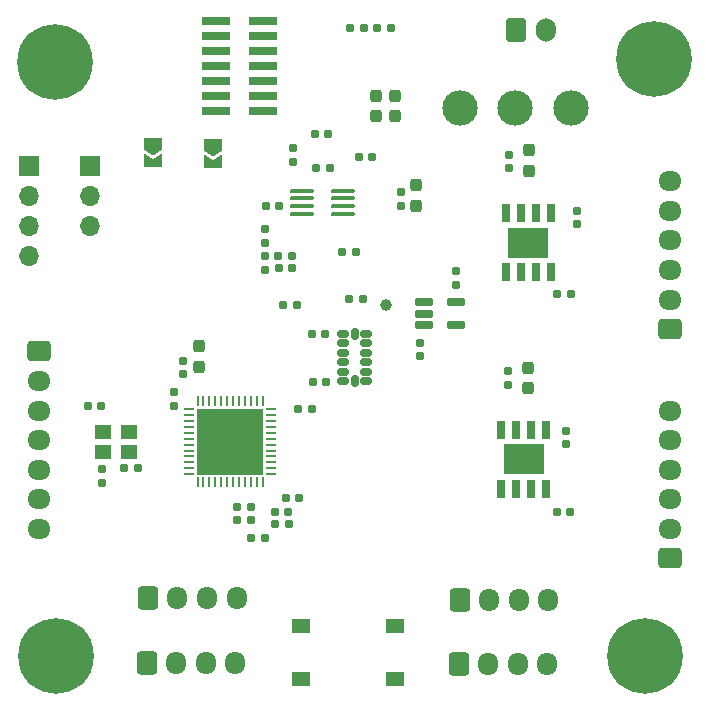
<source format=gbr>
%TF.GenerationSoftware,KiCad,Pcbnew,8.0.5*%
%TF.CreationDate,2024-09-20T22:50:33+02:00*%
%TF.ProjectId,ESE_AL8,4553455f-414c-4382-9e6b-696361645f70,rev?*%
%TF.SameCoordinates,Original*%
%TF.FileFunction,Soldermask,Top*%
%TF.FilePolarity,Negative*%
%FSLAX46Y46*%
G04 Gerber Fmt 4.6, Leading zero omitted, Abs format (unit mm)*
G04 Created by KiCad (PCBNEW 8.0.5) date 2024-09-20 22:50:33*
%MOMM*%
%LPD*%
G01*
G04 APERTURE LIST*
G04 Aperture macros list*
%AMRoundRect*
0 Rectangle with rounded corners*
0 $1 Rounding radius*
0 $2 $3 $4 $5 $6 $7 $8 $9 X,Y pos of 4 corners*
0 Add a 4 corners polygon primitive as box body*
4,1,4,$2,$3,$4,$5,$6,$7,$8,$9,$2,$3,0*
0 Add four circle primitives for the rounded corners*
1,1,$1+$1,$2,$3*
1,1,$1+$1,$4,$5*
1,1,$1+$1,$6,$7*
1,1,$1+$1,$8,$9*
0 Add four rect primitives between the rounded corners*
20,1,$1+$1,$2,$3,$4,$5,0*
20,1,$1+$1,$4,$5,$6,$7,0*
20,1,$1+$1,$6,$7,$8,$9,0*
20,1,$1+$1,$8,$9,$2,$3,0*%
%AMFreePoly0*
4,1,6,1.000000,0.000000,0.500000,-0.750000,-0.500000,-0.750000,-0.500000,0.750000,0.500000,0.750000,1.000000,0.000000,1.000000,0.000000,$1*%
%AMFreePoly1*
4,1,6,0.500000,-0.750000,-0.650000,-0.750000,-0.150000,0.000000,-0.650000,0.750000,0.500000,0.750000,0.500000,-0.750000,0.500000,-0.750000,$1*%
G04 Aperture macros list end*
%ADD10C,1.000000*%
%ADD11R,1.400000X1.200000*%
%ADD12RoundRect,0.162500X-0.617500X-0.162500X0.617500X-0.162500X0.617500X0.162500X-0.617500X0.162500X0*%
%ADD13RoundRect,0.150000X-0.325000X-0.150000X0.325000X-0.150000X0.325000X0.150000X-0.325000X0.150000X0*%
%ADD14RoundRect,0.150000X-0.150000X-0.325000X0.150000X-0.325000X0.150000X0.325000X-0.150000X0.325000X0*%
%ADD15RoundRect,0.062500X-0.375000X-0.062500X0.375000X-0.062500X0.375000X0.062500X-0.375000X0.062500X0*%
%ADD16RoundRect,0.062500X-0.062500X-0.375000X0.062500X-0.375000X0.062500X0.375000X-0.062500X0.375000X0*%
%ADD17R,5.600000X5.600000*%
%ADD18RoundRect,0.160000X-0.197500X-0.160000X0.197500X-0.160000X0.197500X0.160000X-0.197500X0.160000X0*%
%ADD19RoundRect,0.160000X-0.160000X0.197500X-0.160000X-0.197500X0.160000X-0.197500X0.160000X0.197500X0*%
%ADD20RoundRect,0.160000X0.160000X-0.197500X0.160000X0.197500X-0.160000X0.197500X-0.160000X-0.197500X0*%
%ADD21RoundRect,0.160000X0.197500X0.160000X-0.197500X0.160000X-0.197500X-0.160000X0.197500X-0.160000X0*%
%ADD22RoundRect,0.155000X-0.212500X-0.155000X0.212500X-0.155000X0.212500X0.155000X-0.212500X0.155000X0*%
%ADD23FreePoly0,270.000000*%
%ADD24FreePoly1,270.000000*%
%ADD25R,2.400000X0.740000*%
%ADD26R,1.700000X1.700000*%
%ADD27O,1.700000X1.700000*%
%ADD28RoundRect,0.100000X0.900000X0.100000X-0.900000X0.100000X-0.900000X-0.100000X0.900000X-0.100000X0*%
%ADD29RoundRect,0.155000X0.155000X-0.212500X0.155000X0.212500X-0.155000X0.212500X-0.155000X-0.212500X0*%
%ADD30RoundRect,0.155000X-0.155000X0.212500X-0.155000X-0.212500X0.155000X-0.212500X0.155000X0.212500X0*%
%ADD31RoundRect,0.237500X0.237500X-0.300000X0.237500X0.300000X-0.237500X0.300000X-0.237500X-0.300000X0*%
%ADD32RoundRect,0.155000X0.212500X0.155000X-0.212500X0.155000X-0.212500X-0.155000X0.212500X-0.155000X0*%
%ADD33RoundRect,0.250000X0.725000X-0.600000X0.725000X0.600000X-0.725000X0.600000X-0.725000X-0.600000X0*%
%ADD34O,1.950000X1.700000*%
%ADD35C,0.800000*%
%ADD36C,6.400000*%
%ADD37R,3.502000X2.613000*%
%ADD38R,0.802000X1.505000*%
%ADD39RoundRect,0.250000X-0.600000X-0.750000X0.600000X-0.750000X0.600000X0.750000X-0.600000X0.750000X0*%
%ADD40O,1.700000X2.000000*%
%ADD41RoundRect,0.250000X-0.725000X0.600000X-0.725000X-0.600000X0.725000X-0.600000X0.725000X0.600000X0*%
%ADD42RoundRect,0.237500X-0.237500X0.300000X-0.237500X-0.300000X0.237500X-0.300000X0.237500X0.300000X0*%
%ADD43RoundRect,0.250000X-0.600000X-0.725000X0.600000X-0.725000X0.600000X0.725000X-0.600000X0.725000X0*%
%ADD44O,1.700000X1.950000*%
%ADD45R,1.550000X1.300000*%
%ADD46O,3.000000X3.000000*%
G04 APERTURE END LIST*
D10*
%TO.C,TP201*%
X172690000Y-85540000D03*
%TD*%
D11*
%TO.C,Y101*%
X150900000Y-98000000D03*
X148700000Y-98000000D03*
X148700000Y-96300000D03*
X150900000Y-96300000D03*
%TD*%
D12*
%TO.C,U301*%
X175850000Y-85350000D03*
X175850000Y-86300000D03*
X175850000Y-87250000D03*
X178550000Y-87250000D03*
X178550000Y-85350000D03*
%TD*%
D13*
%TO.C,U203*%
X169000000Y-88000000D03*
X169000000Y-88800000D03*
X169000000Y-89600000D03*
X169000000Y-90400000D03*
X169000000Y-91200000D03*
X169000000Y-92000000D03*
D14*
X170000000Y-92000000D03*
D13*
X171000000Y-92000000D03*
X171000000Y-91200000D03*
X171000000Y-90400000D03*
X171000000Y-89600000D03*
X171000000Y-88800000D03*
X171000000Y-88000000D03*
D14*
X170000000Y-88000000D03*
%TD*%
D15*
%TO.C,U101*%
X156012500Y-94387500D03*
X156012500Y-94887500D03*
X156012500Y-95387500D03*
X156012500Y-95887500D03*
X156012500Y-96387500D03*
X156012500Y-96887500D03*
X156012500Y-97387500D03*
X156012500Y-97887500D03*
X156012500Y-98387500D03*
X156012500Y-98887500D03*
X156012500Y-99387500D03*
X156012500Y-99887500D03*
D16*
X156700000Y-100575000D03*
X157200000Y-100575000D03*
X157700000Y-100575000D03*
X158200000Y-100575000D03*
X158700000Y-100575000D03*
X159200000Y-100575000D03*
X159700000Y-100575000D03*
X160200000Y-100575000D03*
X160700000Y-100575000D03*
X161200000Y-100575000D03*
X161700000Y-100575000D03*
X162200000Y-100575000D03*
D15*
X162887500Y-99887500D03*
X162887500Y-99387500D03*
X162887500Y-98887500D03*
X162887500Y-98387500D03*
X162887500Y-97887500D03*
X162887500Y-97387500D03*
X162887500Y-96887500D03*
X162887500Y-96387500D03*
X162887500Y-95887500D03*
X162887500Y-95387500D03*
X162887500Y-94887500D03*
X162887500Y-94387500D03*
D16*
X162200000Y-93700000D03*
X161700000Y-93700000D03*
X161200000Y-93700000D03*
X160700000Y-93700000D03*
X160200000Y-93700000D03*
X159700000Y-93700000D03*
X159200000Y-93700000D03*
X158700000Y-93700000D03*
X158200000Y-93700000D03*
X157700000Y-93700000D03*
X157200000Y-93700000D03*
X156700000Y-93700000D03*
D17*
X159450000Y-97137500D03*
%TD*%
D18*
%TO.C,R306*%
X163535000Y-81400000D03*
X164730000Y-81400000D03*
%TD*%
D19*
%TO.C,R305*%
X162432500Y-81402500D03*
X162432500Y-82597500D03*
%TD*%
%TO.C,R304*%
X162432500Y-79102500D03*
X162432500Y-80297500D03*
%TD*%
D20*
%TO.C,R303*%
X164800000Y-73497500D03*
X164800000Y-72302500D03*
%TD*%
D18*
%TO.C,R302*%
X168905000Y-81100000D03*
X170100000Y-81100000D03*
%TD*%
D21*
%TO.C,R301*%
X167900000Y-74000000D03*
X166705000Y-74000000D03*
%TD*%
%TO.C,R202*%
X170677500Y-85040000D03*
X169482500Y-85040000D03*
%TD*%
%TO.C,R201*%
X165097500Y-85600000D03*
X163902500Y-85600000D03*
%TD*%
D18*
%TO.C,R102*%
X150500000Y-99400000D03*
X151695000Y-99400000D03*
%TD*%
%TO.C,R101*%
X171905000Y-62100000D03*
X173100000Y-62100000D03*
%TD*%
D22*
%TO.C,L301*%
X170365000Y-73000000D03*
X171500000Y-73000000D03*
%TD*%
%TO.C,L101*%
X161265000Y-105300000D03*
X162400000Y-105300000D03*
%TD*%
D23*
%TO.C,JP202*%
X158030000Y-71990000D03*
D24*
X158030000Y-73440000D03*
%TD*%
%TO.C,JP201*%
X152900000Y-73400000D03*
D23*
X152900000Y-71950000D03*
%TD*%
D25*
%TO.C,J201*%
X158300000Y-61500000D03*
X162200000Y-61500000D03*
X158300000Y-62770000D03*
X162200000Y-62770000D03*
X158300000Y-64040000D03*
X162200000Y-64040000D03*
X158300000Y-65310000D03*
X162200000Y-65310000D03*
X158300000Y-66580000D03*
X162200000Y-66580000D03*
X158300000Y-67850000D03*
X162200000Y-67850000D03*
X158300000Y-69120000D03*
X162200000Y-69120000D03*
%TD*%
D26*
%TO.C,J102*%
X142400000Y-73800000D03*
D27*
X142400000Y-76340000D03*
X142400000Y-78880000D03*
X142400000Y-81420000D03*
%TD*%
D26*
%TO.C,J101*%
X147600000Y-73800000D03*
D27*
X147600000Y-76340000D03*
X147600000Y-78880000D03*
%TD*%
D28*
%TO.C,IC301*%
X165580000Y-77840000D03*
X165580000Y-77200000D03*
X165580000Y-76540000D03*
X165580000Y-75900000D03*
X169000000Y-75900000D03*
X169000000Y-76540000D03*
X169000000Y-77200000D03*
X169000000Y-77840000D03*
%TD*%
D21*
%TO.C,D101*%
X170800000Y-62100000D03*
X169605000Y-62100000D03*
%TD*%
D29*
%TO.C,C309*%
X178600000Y-83835000D03*
X178600000Y-82700000D03*
%TD*%
D30*
%TO.C,C308*%
X175500000Y-88765000D03*
X175500000Y-89900000D03*
%TD*%
D22*
%TO.C,C307*%
X163565000Y-82400000D03*
X164700000Y-82400000D03*
%TD*%
D31*
%TO.C,C306*%
X173400000Y-69600000D03*
X173400000Y-67875000D03*
%TD*%
%TO.C,C305*%
X171800000Y-69562500D03*
X171800000Y-67837500D03*
%TD*%
D22*
%TO.C,C304*%
X166600000Y-71100000D03*
X167735000Y-71100000D03*
%TD*%
D29*
%TO.C,C303*%
X173900000Y-77172500D03*
X173900000Y-76037500D03*
%TD*%
D32*
%TO.C,C302*%
X163600000Y-77200000D03*
X162465000Y-77200000D03*
%TD*%
D31*
%TO.C,C301*%
X175200000Y-77162500D03*
X175200000Y-75437500D03*
%TD*%
D32*
%TO.C,C210*%
X167500000Y-88000000D03*
X166365000Y-88000000D03*
%TD*%
%TO.C,C209*%
X167567500Y-92100000D03*
X166432500Y-92100000D03*
%TD*%
D29*
%TO.C,C208*%
X188820000Y-78735000D03*
X188820000Y-77600000D03*
%TD*%
D22*
%TO.C,C207*%
X187165000Y-84600000D03*
X188300000Y-84600000D03*
%TD*%
D29*
%TO.C,C206*%
X187900000Y-97367500D03*
X187900000Y-96232500D03*
%TD*%
D22*
%TO.C,C205*%
X187100000Y-103100000D03*
X188235000Y-103100000D03*
%TD*%
D30*
%TO.C,C202*%
X183100000Y-72832500D03*
X183100000Y-73967500D03*
%TD*%
%TO.C,C201*%
X183000000Y-91170000D03*
X183000000Y-92305000D03*
%TD*%
D32*
%TO.C,C112*%
X161200000Y-103800000D03*
X160065000Y-103800000D03*
%TD*%
%TO.C,C111*%
X161200000Y-102700000D03*
X160065000Y-102700000D03*
%TD*%
D22*
%TO.C,C110*%
X164165000Y-101900000D03*
X165300000Y-101900000D03*
%TD*%
%TO.C,C109*%
X163232500Y-103100000D03*
X164367500Y-103100000D03*
%TD*%
D29*
%TO.C,C108*%
X155500000Y-91435000D03*
X155500000Y-90300000D03*
%TD*%
D22*
%TO.C,C107*%
X163265000Y-104100000D03*
X164400000Y-104100000D03*
%TD*%
D29*
%TO.C,C106*%
X154700000Y-94100000D03*
X154700000Y-92965000D03*
%TD*%
D30*
%TO.C,C105*%
X148600000Y-99465000D03*
X148600000Y-100600000D03*
%TD*%
D22*
%TO.C,C104*%
X165222500Y-94400000D03*
X166357500Y-94400000D03*
%TD*%
D31*
%TO.C,C103*%
X156800000Y-90800000D03*
X156800000Y-89075000D03*
%TD*%
D33*
%TO.C,J202*%
X196700000Y-87600000D03*
D34*
X196700000Y-85100000D03*
X196700000Y-82600000D03*
X196700000Y-80100000D03*
X196700000Y-77600000D03*
X196700000Y-75100000D03*
%TD*%
D35*
%TO.C,H104*%
X192200000Y-115302900D03*
X192902944Y-113605844D03*
X192902944Y-116999956D03*
X194600000Y-112902900D03*
D36*
X194600000Y-115302900D03*
D35*
X194600000Y-117702900D03*
X196297056Y-113605844D03*
X196297056Y-116999956D03*
X197000000Y-115302900D03*
%TD*%
D37*
%TO.C,U202*%
X184695000Y-80302500D03*
D38*
X186600000Y-82800000D03*
X185330000Y-82800000D03*
X184060000Y-82800000D03*
X182790000Y-82800000D03*
X182790000Y-77805000D03*
X184060000Y-77805000D03*
X185330000Y-77805000D03*
X186600000Y-77805000D03*
%TD*%
D39*
%TO.C,J301*%
X183700000Y-62300000D03*
D40*
X186200000Y-62300000D03*
%TD*%
D41*
%TO.C,J204*%
X143300000Y-89500000D03*
D34*
X143300000Y-92000000D03*
X143300000Y-94500000D03*
X143300000Y-97000000D03*
X143300000Y-99500000D03*
X143300000Y-102000000D03*
X143300000Y-104500000D03*
%TD*%
D35*
%TO.C,H102*%
X192902900Y-64697100D03*
X193605844Y-63000044D03*
X193605844Y-66394156D03*
X195302900Y-62297100D03*
D36*
X195302900Y-64697100D03*
D35*
X195302900Y-67097100D03*
X196999956Y-63000044D03*
X196999956Y-66394156D03*
X197702900Y-64697100D03*
%TD*%
D33*
%TO.C,J203*%
X196700000Y-107000000D03*
D34*
X196700000Y-104500000D03*
X196700000Y-102000000D03*
X196700000Y-99500000D03*
X196700000Y-97000000D03*
X196700000Y-94500000D03*
%TD*%
D35*
%TO.C,H101*%
X142200000Y-65000000D03*
X142902944Y-63302944D03*
X142902944Y-66697056D03*
X144600000Y-62600000D03*
D36*
X144600000Y-65000000D03*
D35*
X144600000Y-67400000D03*
X146297056Y-63302944D03*
X146297056Y-66697056D03*
X147000000Y-65000000D03*
%TD*%
%TO.C,H103*%
X142297100Y-115302900D03*
X143000044Y-113605844D03*
X143000044Y-116999956D03*
X144697100Y-112902900D03*
D36*
X144697100Y-115302900D03*
D35*
X144697100Y-117702900D03*
X146394156Y-113605844D03*
X146394156Y-116999956D03*
X147097100Y-115302900D03*
%TD*%
D42*
%TO.C,C203*%
X184700000Y-90875000D03*
X184700000Y-92600000D03*
%TD*%
D43*
%TO.C,J206*%
X178900000Y-110500000D03*
D44*
X181400000Y-110500000D03*
X183900000Y-110500000D03*
X186400000Y-110500000D03*
%TD*%
D43*
%TO.C,J205*%
X152500000Y-110400000D03*
D44*
X155000000Y-110400000D03*
X157500000Y-110400000D03*
X160000000Y-110400000D03*
%TD*%
D42*
%TO.C,C204*%
X184800000Y-72475000D03*
X184800000Y-74200000D03*
%TD*%
D38*
%TO.C,U201*%
X186200000Y-96105000D03*
X184930000Y-96105000D03*
X183660000Y-96105000D03*
X182390000Y-96105000D03*
X182390000Y-101100000D03*
X183660000Y-101100000D03*
X184930000Y-101100000D03*
X186200000Y-101100000D03*
D37*
X184295000Y-98602500D03*
%TD*%
D43*
%TO.C,J208*%
X178800000Y-116000000D03*
D44*
X181300000Y-116000000D03*
X183800000Y-116000000D03*
X186300000Y-116000000D03*
%TD*%
D43*
%TO.C,J207*%
X152400000Y-115900000D03*
D44*
X154900000Y-115900000D03*
X157400000Y-115900000D03*
X159900000Y-115900000D03*
%TD*%
D45*
%TO.C,SW201*%
X165450000Y-112700000D03*
X173400000Y-112700000D03*
X165450000Y-117200000D03*
X173400000Y-117200000D03*
%TD*%
D46*
%TO.C,SW301*%
X178900000Y-68900000D03*
X183600000Y-68900000D03*
X188300000Y-68900000D03*
%TD*%
D22*
%TO.C,C102*%
X147415000Y-94100000D03*
X148550000Y-94100000D03*
%TD*%
M02*

</source>
